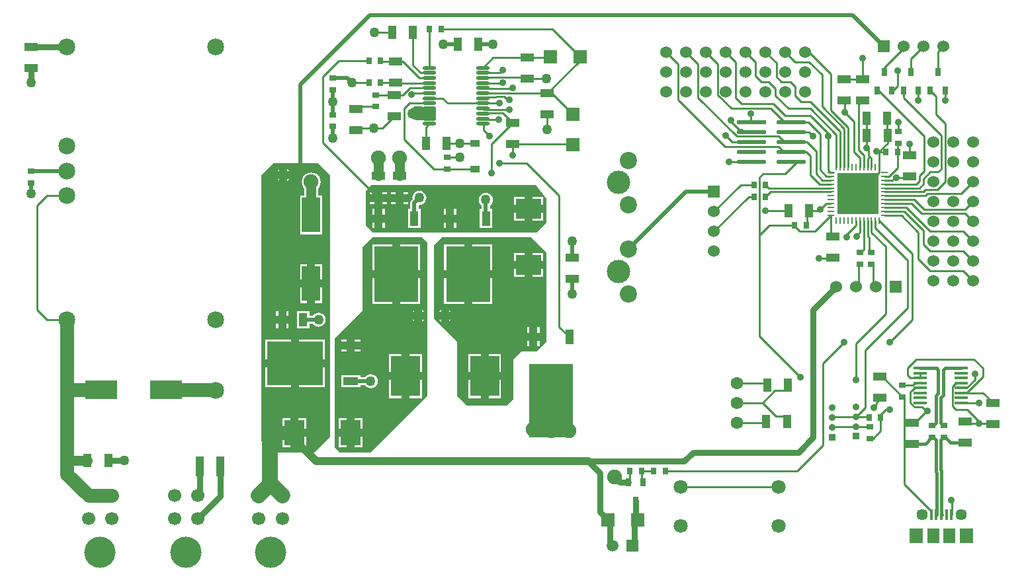
<source format=gtl>
G04 Layer_Physical_Order=1*
G04 Layer_Color=255*
%FSLAX25Y25*%
%MOIN*%
G70*
G01*
G75*
%ADD10R,0.01575X0.05315*%
%ADD11R,0.05905X0.07480*%
%ADD12R,0.07087X0.07480*%
%ADD13R,0.20866X0.20866*%
%ADD14R,0.01024X0.03386*%
%ADD15R,0.03386X0.01024*%
%ADD16O,0.07000X0.01500*%
%ADD17R,0.07000X0.01500*%
%ADD18R,0.04803X0.03583*%
%ADD19R,0.15000X0.02000*%
%ADD20O,0.15000X0.02000*%
%ADD21R,0.09252X0.17520*%
%ADD22R,0.04134X0.07677*%
%ADD23R,0.22047X0.27953*%
%ADD24R,0.07677X0.04134*%
%ADD25R,0.27953X0.22047*%
%ADD26R,0.03150X0.03937*%
%ADD27O,0.07087X0.01772*%
%ADD28R,0.16339X0.09252*%
%ADD29R,0.14567X0.20472*%
%ADD30R,0.12598X0.10236*%
%ADD31R,0.10236X0.12598*%
%ADD32R,0.06516X0.06575*%
%ADD33R,0.06575X0.06516*%
%ADD34R,0.06693X0.04134*%
%ADD35R,0.02756X0.03543*%
%ADD36R,0.06693X0.04331*%
%ADD37R,0.03543X0.02756*%
%ADD38R,0.04331X0.06693*%
%ADD39R,0.04331X0.10236*%
%ADD40C,0.01000*%
%ADD41C,0.01500*%
%ADD42C,0.02000*%
%ADD43C,0.08000*%
%ADD44C,0.07000*%
%ADD45C,0.05000*%
%ADD46C,0.03000*%
%ADD47C,0.04000*%
%ADD48R,0.00000X0.02000*%
%ADD49C,0.05709*%
%ADD50C,0.06693*%
%ADD51C,0.15748*%
%ADD52C,0.08661*%
%ADD53C,0.11811*%
%ADD54R,0.03543X0.03543*%
%ADD55C,0.03543*%
%ADD56C,0.06331*%
%ADD57C,0.07118*%
%ADD58C,0.08500*%
%ADD59C,0.06000*%
%ADD60R,0.06000X0.06000*%
%ADD61R,0.06000X0.06000*%
%ADD62C,0.05905*%
%ADD63R,0.05905X0.05905*%
%ADD64C,0.03500*%
%ADD65C,0.05000*%
%ADD66C,0.07500*%
G36*
X500000Y230500D02*
X478000D01*
Y246500D01*
X500000D01*
Y230500D01*
D02*
G37*
G36*
X486500Y323965D02*
X486500Y278965D01*
X481500Y273965D01*
X474000D01*
X470000Y269965D01*
Y249965D01*
X466500Y246465D01*
X446500D01*
X441500Y251465D01*
X441500Y278965D01*
X430000Y290465D01*
X430000Y327465D01*
X434000Y331465D01*
X479000D01*
X486500Y323965D01*
D02*
G37*
G36*
X486500Y351036D02*
Y338965D01*
X481500Y333965D01*
X399000D01*
X395500Y337464D01*
X395500Y354590D01*
X398200Y357964D01*
X481111Y357965D01*
X486500Y351036D01*
D02*
G37*
G36*
X426500Y328965D02*
Y251465D01*
X398000Y222965D01*
X382500Y222965D01*
X380000Y225465D01*
Y280465D01*
X394000Y294465D01*
Y326465D01*
X399000Y331465D01*
X424000D01*
X426500Y328965D01*
D02*
G37*
G36*
X377500Y362965D02*
Y230965D01*
X369500Y222965D01*
X349000D01*
X343000Y228965D01*
Y362965D01*
X349000Y368965D01*
X371500D01*
X377500Y362965D01*
D02*
G37*
G36*
X424221Y397350D02*
X424957Y397203D01*
X430272D01*
X430614Y397271D01*
X431000Y396954D01*
Y391062D01*
X430614Y390744D01*
X430272Y390812D01*
X424957D01*
X424221Y390666D01*
X423972Y390500D01*
X421000D01*
X417000Y392214D01*
Y395704D01*
X420035Y397500D01*
X423996D01*
X424221Y397350D01*
D02*
G37*
%LPC*%
G36*
X477984Y286256D02*
X476917D01*
Y283417D01*
X477984D01*
Y286256D01*
D02*
G37*
G36*
X483051D02*
X481984D01*
Y283417D01*
X483051D01*
Y286256D01*
D02*
G37*
G36*
X477984Y279417D02*
X476917D01*
Y276579D01*
X477984D01*
Y279417D01*
D02*
G37*
G36*
X483051D02*
X481984D01*
Y276579D01*
X483051D01*
Y279417D01*
D02*
G37*
G36*
X438377Y289965D02*
X437500D01*
Y289088D01*
X437996Y289468D01*
X438377Y289965D01*
D02*
G37*
G36*
X433500D02*
X432623D01*
X433004Y289468D01*
X433500Y289088D01*
Y289965D01*
D02*
G37*
G36*
X463665Y272701D02*
X457382D01*
Y263465D01*
X463665D01*
Y272701D01*
D02*
G37*
G36*
X453382D02*
X447098D01*
Y263465D01*
X453382D01*
Y272701D01*
D02*
G37*
G36*
X463665Y259465D02*
X457382D01*
Y250228D01*
X463665D01*
Y259465D01*
D02*
G37*
G36*
X453382D02*
X447098D01*
Y250228D01*
X453382D01*
Y259465D01*
D02*
G37*
G36*
X433500Y294842D02*
X433004Y294461D01*
X432623Y293965D01*
X433500D01*
Y294842D01*
D02*
G37*
G36*
X484799Y315618D02*
X479500D01*
Y311500D01*
X484799D01*
Y315618D01*
D02*
G37*
G36*
X475500D02*
X470201D01*
Y311500D01*
X475500D01*
Y315618D01*
D02*
G37*
G36*
X437500Y294842D02*
Y293965D01*
X438377D01*
X437996Y294461D01*
X437500Y294842D01*
D02*
G37*
G36*
X459039Y311012D02*
X449016D01*
Y298035D01*
X459039D01*
Y311012D01*
D02*
G37*
G36*
X445016D02*
X434992D01*
Y298035D01*
X445016D01*
Y311012D01*
D02*
G37*
G36*
X484799Y323736D02*
X479500D01*
Y319618D01*
X484799D01*
Y323736D01*
D02*
G37*
G36*
X445016Y327988D02*
X434992D01*
Y315012D01*
X445016D01*
Y327988D01*
D02*
G37*
G36*
X475500Y323736D02*
X470201D01*
Y319618D01*
X475500D01*
Y323736D01*
D02*
G37*
G36*
X459039Y327988D02*
X449016D01*
Y315012D01*
X459039D01*
Y327988D01*
D02*
G37*
G36*
X422500Y354995D02*
X421586Y354874D01*
X420735Y354522D01*
X420004Y353961D01*
X419443Y353230D01*
X419090Y352378D01*
X418970Y351465D01*
X419045Y350893D01*
X418558Y350407D01*
X418116Y349745D01*
X417961Y348965D01*
Y345803D01*
X416933D01*
Y336126D01*
X423067D01*
Y345803D01*
X422039D01*
Y347616D01*
X422415Y347946D01*
X422500Y347934D01*
X423414Y348055D01*
X424265Y348407D01*
X424996Y348968D01*
X425557Y349699D01*
X425910Y350551D01*
X426030Y351465D01*
X425910Y352378D01*
X425557Y353230D01*
X424996Y353961D01*
X424265Y354522D01*
X423414Y354874D01*
X422500Y354995D01*
D02*
G37*
G36*
X441067Y345803D02*
X440000D01*
Y342965D01*
X441067D01*
Y345803D01*
D02*
G37*
G36*
X475500Y352083D02*
X470201D01*
Y347965D01*
X475500D01*
Y352083D01*
D02*
G37*
G36*
X400000Y349354D02*
X397654D01*
Y348287D01*
X400000D01*
Y349354D01*
D02*
G37*
G36*
X484799Y352083D02*
X479500D01*
Y347965D01*
X484799D01*
Y352083D01*
D02*
G37*
G36*
X436000Y345803D02*
X434933D01*
Y342965D01*
X436000D01*
Y345803D01*
D02*
G37*
G36*
X475500Y343965D02*
X470201D01*
Y339846D01*
X475500D01*
Y343965D01*
D02*
G37*
G36*
X456000Y353995D02*
X455086Y353874D01*
X454235Y353522D01*
X453504Y352961D01*
X452943Y352230D01*
X452590Y351378D01*
X452470Y350465D01*
X452590Y349551D01*
X452943Y348699D01*
X453504Y347968D01*
X453961Y347618D01*
Y345803D01*
X452965D01*
Y336126D01*
X459098D01*
Y345803D01*
X458039D01*
Y347618D01*
X458496Y347968D01*
X459057Y348699D01*
X459410Y349551D01*
X459530Y350465D01*
X459410Y351378D01*
X459057Y352230D01*
X458496Y352961D01*
X457765Y353522D01*
X456914Y353874D01*
X456000Y353995D01*
D02*
G37*
G36*
X484799Y343965D02*
X479500D01*
Y339846D01*
X484799D01*
Y343965D01*
D02*
G37*
G36*
X405035Y345803D02*
X403968D01*
Y342965D01*
X405035D01*
Y345803D01*
D02*
G37*
G36*
X399969D02*
X398902D01*
Y342965D01*
X399969D01*
Y345803D01*
D02*
G37*
G36*
X416847Y354421D02*
X414500D01*
Y353354D01*
X416847D01*
Y354421D01*
D02*
G37*
G36*
X410500D02*
X408153D01*
Y353354D01*
X410500D01*
Y354421D01*
D02*
G37*
G36*
Y349354D02*
X408153D01*
Y348287D01*
X410500D01*
Y349354D01*
D02*
G37*
G36*
X406347D02*
X404000D01*
Y348287D01*
X406347D01*
Y349354D01*
D02*
G37*
G36*
X416847D02*
X414500D01*
Y348287D01*
X416847D01*
Y349354D01*
D02*
G37*
G36*
X406347Y354421D02*
X404000D01*
Y353354D01*
X406347D01*
Y354421D01*
D02*
G37*
G36*
X400000D02*
X397654D01*
Y353354D01*
X400000D01*
Y354421D01*
D02*
G37*
G36*
X399969Y338965D02*
X398902D01*
Y336126D01*
X399969D01*
Y338965D01*
D02*
G37*
G36*
X405035D02*
X403968D01*
Y336126D01*
X405035D01*
Y338965D01*
D02*
G37*
G36*
X441067D02*
X440000D01*
Y336126D01*
X441067D01*
Y338965D01*
D02*
G37*
G36*
X436000D02*
X434933D01*
Y336126D01*
X436000D01*
Y338965D01*
D02*
G37*
G36*
X392736Y280047D02*
X389898D01*
Y278980D01*
X392736D01*
Y280047D01*
D02*
G37*
G36*
Y274980D02*
X389898D01*
Y273913D01*
X392736D01*
Y274980D01*
D02*
G37*
G36*
X385898D02*
X383059D01*
Y273913D01*
X385898D01*
Y274980D01*
D02*
G37*
G36*
Y280047D02*
X383059D01*
Y278980D01*
X385898D01*
Y280047D01*
D02*
G37*
G36*
X424000Y294842D02*
Y293965D01*
X424877D01*
X424496Y294461D01*
X424000Y294842D01*
D02*
G37*
G36*
X420000D02*
X419504Y294461D01*
X419123Y293965D01*
X420000D01*
Y294842D01*
D02*
G37*
G36*
Y289965D02*
X419123D01*
X419504Y289468D01*
X420000Y289088D01*
Y289965D01*
D02*
G37*
G36*
X424877D02*
X424000D01*
Y289088D01*
X424496Y289468D01*
X424877Y289965D01*
D02*
G37*
G36*
X393965Y240264D02*
X389846D01*
Y234965D01*
X393965D01*
Y240264D01*
D02*
G37*
G36*
X423902Y259465D02*
X417618D01*
Y250228D01*
X423902D01*
Y259465D01*
D02*
G37*
G36*
X413618D02*
X407335D01*
Y250228D01*
X413618D01*
Y259465D01*
D02*
G37*
G36*
X385846Y230965D02*
X381728D01*
Y225665D01*
X385846D01*
Y230965D01*
D02*
G37*
G36*
Y240264D02*
X381728D01*
Y234965D01*
X385846D01*
Y240264D01*
D02*
G37*
G36*
X393965Y230965D02*
X389846D01*
Y225665D01*
X393965D01*
Y230965D01*
D02*
G37*
G36*
X413618Y272701D02*
X407335D01*
Y263465D01*
X413618D01*
Y272701D01*
D02*
G37*
G36*
X423902D02*
X417618D01*
Y263465D01*
X423902D01*
Y272701D01*
D02*
G37*
G36*
X398000Y262495D02*
X397086Y262374D01*
X396235Y262022D01*
X395504Y261461D01*
X395153Y261004D01*
X392736D01*
Y262016D01*
X383059D01*
Y255882D01*
X392736D01*
Y256925D01*
X395153D01*
X395504Y256468D01*
X396235Y255907D01*
X397086Y255555D01*
X398000Y255434D01*
X398914Y255555D01*
X399765Y255907D01*
X400496Y256468D01*
X401057Y257200D01*
X401410Y258051D01*
X401530Y258965D01*
X401410Y259878D01*
X401057Y260730D01*
X400496Y261461D01*
X399765Y262022D01*
X398914Y262374D01*
X398000Y262495D01*
D02*
G37*
G36*
X408984Y311012D02*
X398961D01*
Y298035D01*
X408984D01*
Y311012D01*
D02*
G37*
G36*
X423008D02*
X412984D01*
Y298035D01*
X423008D01*
Y311012D01*
D02*
G37*
G36*
Y327988D02*
X412984D01*
Y315012D01*
X423008D01*
Y327988D01*
D02*
G37*
G36*
X408984D02*
X398961D01*
Y315012D01*
X408984D01*
Y327988D01*
D02*
G37*
G36*
X351370Y287965D02*
X350205D01*
Y285618D01*
X351370D01*
Y287965D01*
D02*
G37*
G36*
Y294311D02*
X350205D01*
Y291965D01*
X351370D01*
Y294311D01*
D02*
G37*
G36*
X356535D02*
X355370D01*
Y291965D01*
X356535D01*
Y294311D01*
D02*
G37*
G36*
X367165D02*
X360835D01*
Y285618D01*
X367165D01*
Y287925D01*
X368838D01*
X369189Y287468D01*
X369920Y286907D01*
X370771Y286555D01*
X371685Y286434D01*
X372599Y286555D01*
X373450Y286907D01*
X374181Y287468D01*
X374742Y288199D01*
X375095Y289051D01*
X375215Y289965D01*
X375095Y290878D01*
X374742Y291730D01*
X374181Y292461D01*
X373450Y293022D01*
X372599Y293374D01*
X371685Y293495D01*
X370771Y293374D01*
X369920Y293022D01*
X369189Y292461D01*
X368838Y292004D01*
X367165D01*
Y294311D01*
D02*
G37*
G36*
X356535Y287965D02*
X355370D01*
Y285618D01*
X356535D01*
Y287965D01*
D02*
G37*
G36*
X374921Y279988D02*
X361945D01*
Y269965D01*
X374921D01*
Y279988D01*
D02*
G37*
G36*
X365618Y240264D02*
X361500D01*
Y234965D01*
X365618D01*
Y240264D01*
D02*
G37*
G36*
X357500D02*
X353382D01*
Y234965D01*
X357500D01*
Y240264D01*
D02*
G37*
G36*
X365618Y230965D02*
X361500D01*
Y225665D01*
X365618D01*
Y230965D01*
D02*
G37*
G36*
X357500D02*
X353382D01*
Y225665D01*
X357500D01*
Y230965D01*
D02*
G37*
G36*
X357945Y279988D02*
X344969D01*
Y269965D01*
X357945D01*
Y279988D01*
D02*
G37*
G36*
Y265965D02*
X344969D01*
Y255941D01*
X357945D01*
Y265965D01*
D02*
G37*
G36*
X374921D02*
X361945D01*
Y255941D01*
X374921D01*
Y265965D01*
D02*
G37*
G36*
X352000Y360965D02*
X351123D01*
X351504Y360468D01*
X352000Y360088D01*
Y360965D01*
D02*
G37*
G36*
X356877D02*
X356000D01*
Y360088D01*
X356496Y360468D01*
X356877Y360965D01*
D02*
G37*
G36*
X356000Y365842D02*
Y364965D01*
X356877D01*
X356496Y365461D01*
X356000Y365842D01*
D02*
G37*
G36*
X352000D02*
X351504Y365461D01*
X351123Y364965D01*
X352000D01*
Y365842D01*
D02*
G37*
G36*
X366000Y317902D02*
X362374D01*
Y310142D01*
X366000D01*
Y317902D01*
D02*
G37*
G36*
X373626Y306142D02*
X370000D01*
Y298382D01*
X373626D01*
Y306142D01*
D02*
G37*
G36*
Y317902D02*
X370000D01*
Y310142D01*
X373626D01*
Y317902D01*
D02*
G37*
G36*
X366000Y306142D02*
X362374D01*
Y298382D01*
X366000D01*
Y306142D01*
D02*
G37*
G36*
X368000Y364256D02*
X366760Y364092D01*
X365604Y363614D01*
X364612Y362852D01*
X363851Y361860D01*
X363372Y360705D01*
X363209Y359465D01*
X363372Y358225D01*
X363851Y357069D01*
X364470Y356262D01*
Y352547D01*
X362374D01*
Y333028D01*
X373626D01*
Y352547D01*
X371530D01*
Y356262D01*
X372149Y357069D01*
X372628Y358225D01*
X372791Y359465D01*
X372628Y360705D01*
X372149Y361860D01*
X371388Y362852D01*
X370395Y363614D01*
X369240Y364092D01*
X368000Y364256D01*
D02*
G37*
%LPD*%
D10*
X690677Y191500D02*
D03*
X688118D02*
D03*
X685559D02*
D03*
X683000D02*
D03*
X680441D02*
D03*
D11*
X689496Y180870D02*
D03*
X681622D02*
D03*
D12*
X672961D02*
D03*
X698158D02*
D03*
D13*
X643453Y353476D02*
D03*
D14*
X632626Y367000D02*
D03*
X634594D02*
D03*
X636563D02*
D03*
X638531D02*
D03*
X640500D02*
D03*
X642469D02*
D03*
X644437D02*
D03*
X646406D02*
D03*
X648374D02*
D03*
X650343D02*
D03*
X652311D02*
D03*
X654280D02*
D03*
Y339953D02*
D03*
X652311D02*
D03*
X650343D02*
D03*
X648374D02*
D03*
X646406D02*
D03*
X644437D02*
D03*
X642469D02*
D03*
X640500D02*
D03*
X638531D02*
D03*
X636563D02*
D03*
X634594D02*
D03*
X632626D02*
D03*
D15*
X656976Y364303D02*
D03*
Y362335D02*
D03*
Y360366D02*
D03*
Y358398D02*
D03*
Y356429D02*
D03*
Y354461D02*
D03*
Y352492D02*
D03*
Y350524D02*
D03*
Y348555D02*
D03*
Y346587D02*
D03*
Y344618D02*
D03*
Y342650D02*
D03*
X629929D02*
D03*
Y344618D02*
D03*
Y346587D02*
D03*
Y348555D02*
D03*
Y350524D02*
D03*
Y352492D02*
D03*
Y354461D02*
D03*
Y356429D02*
D03*
Y358398D02*
D03*
Y360366D02*
D03*
Y362335D02*
D03*
Y364303D02*
D03*
D16*
X675000Y265500D02*
D03*
Y263000D02*
D03*
Y260500D02*
D03*
Y258000D02*
D03*
Y255500D02*
D03*
Y253000D02*
D03*
Y250500D02*
D03*
Y248000D02*
D03*
X695500Y265500D02*
D03*
Y263000D02*
D03*
Y260500D02*
D03*
Y258000D02*
D03*
Y255500D02*
D03*
Y253000D02*
D03*
Y250500D02*
D03*
D17*
Y248000D02*
D03*
D18*
X450500Y366028D02*
D03*
Y378902D02*
D03*
D19*
X590000Y389500D02*
D03*
D20*
Y384500D02*
D03*
Y379500D02*
D03*
Y374500D02*
D03*
Y369500D02*
D03*
X610000Y389500D02*
D03*
Y384500D02*
D03*
Y379500D02*
D03*
Y374500D02*
D03*
Y369500D02*
D03*
D21*
X368000Y342787D02*
D03*
Y308142D02*
D03*
D22*
X498016Y281417D02*
D03*
X479984D02*
D03*
X456032Y340965D02*
D03*
X438000D02*
D03*
X420000D02*
D03*
X401968D02*
D03*
D23*
X489000Y253465D02*
D03*
X447016Y313012D02*
D03*
X410984D02*
D03*
D24*
X387898Y258949D02*
D03*
Y276980D02*
D03*
D25*
X359945Y267965D02*
D03*
D26*
X531500Y198500D02*
D03*
X527760Y207949D02*
D03*
X535240D02*
D03*
X656760Y414949D02*
D03*
X660500Y405500D02*
D03*
X653020D02*
D03*
X670240Y414949D02*
D03*
X673980Y405500D02*
D03*
X666500D02*
D03*
X683740Y414949D02*
D03*
X687480Y405500D02*
D03*
X680000D02*
D03*
D27*
X427614Y417039D02*
D03*
Y414480D02*
D03*
Y411921D02*
D03*
Y409362D02*
D03*
Y406803D02*
D03*
Y404244D02*
D03*
Y401685D02*
D03*
Y399126D02*
D03*
Y396567D02*
D03*
Y394008D02*
D03*
Y391449D02*
D03*
Y388890D02*
D03*
X454386Y417039D02*
D03*
Y414480D02*
D03*
Y411921D02*
D03*
Y409362D02*
D03*
Y406803D02*
D03*
Y404244D02*
D03*
Y401685D02*
D03*
Y399126D02*
D03*
Y396567D02*
D03*
Y394008D02*
D03*
Y391449D02*
D03*
Y388890D02*
D03*
D28*
X262161Y254500D02*
D03*
X294839D02*
D03*
D29*
X415618Y261465D02*
D03*
X455382D02*
D03*
D30*
X477500Y317618D02*
D03*
Y345965D02*
D03*
D31*
X359500Y232965D02*
D03*
X387846D02*
D03*
D32*
X532500Y189000D02*
D03*
X517421D02*
D03*
X503500Y422465D02*
D03*
X488421D02*
D03*
D33*
X500000Y393465D02*
D03*
Y378386D02*
D03*
D34*
X412500Y362575D02*
D03*
Y351354D02*
D03*
X402000Y362575D02*
D03*
Y351354D02*
D03*
D35*
X657500Y374500D02*
D03*
X663406D02*
D03*
X427547Y436465D02*
D03*
X433453D02*
D03*
X397047Y409465D02*
D03*
X402953D02*
D03*
X397047Y420465D02*
D03*
X402953D02*
D03*
X597000Y358000D02*
D03*
X591094D02*
D03*
X617453Y337500D02*
D03*
X611547D02*
D03*
X597000Y352000D02*
D03*
X591094D02*
D03*
X649047Y240500D02*
D03*
X654953D02*
D03*
X540547Y213500D02*
D03*
X546453D02*
D03*
X528547D02*
D03*
X534453D02*
D03*
D36*
X631000Y331815D02*
D03*
Y321185D02*
D03*
X711500Y247815D02*
D03*
Y237185D02*
D03*
X697500Y227870D02*
D03*
Y238500D02*
D03*
X671000Y227370D02*
D03*
Y238000D02*
D03*
X410000Y403279D02*
D03*
Y392650D02*
D03*
X477000Y422280D02*
D03*
Y411650D02*
D03*
X226815Y416870D02*
D03*
Y427500D02*
D03*
X487000Y393650D02*
D03*
Y404280D02*
D03*
X469500Y389280D02*
D03*
Y378650D02*
D03*
X410500Y409650D02*
D03*
Y420280D02*
D03*
X390500Y385650D02*
D03*
Y396280D02*
D03*
X499500Y321280D02*
D03*
Y310650D02*
D03*
X654500Y250685D02*
D03*
Y261315D02*
D03*
X669500Y373000D02*
D03*
Y362370D02*
D03*
X646000Y400685D02*
D03*
Y411315D02*
D03*
X636500D02*
D03*
Y400685D02*
D03*
D37*
X681000Y230594D02*
D03*
X687000D02*
D03*
X681000Y236500D02*
D03*
X687000D02*
D03*
X436500Y366012D02*
D03*
Y371917D02*
D03*
X226953Y365000D02*
D03*
Y359095D02*
D03*
X400500Y403417D02*
D03*
Y397512D02*
D03*
X379000Y387512D02*
D03*
Y393417D02*
D03*
Y406012D02*
D03*
Y411917D02*
D03*
X644500Y318047D02*
D03*
Y323953D02*
D03*
X649500Y235953D02*
D03*
Y230047D02*
D03*
X650106Y318047D02*
D03*
Y323953D02*
D03*
X664000Y384953D02*
D03*
Y379047D02*
D03*
X666000Y256953D02*
D03*
Y251047D02*
D03*
D38*
X425685Y378965D02*
D03*
X436315D02*
D03*
X255185Y219000D02*
D03*
X265815D02*
D03*
X441685Y428965D02*
D03*
X452315D02*
D03*
X408685Y434965D02*
D03*
X419315D02*
D03*
X364000Y289965D02*
D03*
X353370D02*
D03*
X607815Y238500D02*
D03*
X597185D02*
D03*
X608315Y257000D02*
D03*
X597685D02*
D03*
X658315Y391500D02*
D03*
X647685D02*
D03*
X658500Y383000D02*
D03*
X647870D02*
D03*
X608370Y345000D02*
D03*
X619000D02*
D03*
D39*
X311685Y216000D02*
D03*
X322315D02*
D03*
D40*
X664000Y384453D02*
Y389500D01*
X647870Y377130D02*
X648500Y376500D01*
X649000Y372750D02*
Y376500D01*
X625000Y345000D02*
Y346000D01*
X624500Y344500D02*
X625000Y345000D01*
X624500D02*
X624936D01*
X619000D02*
X624500D01*
X624436Y344500D02*
X624500D01*
X674000Y400500D02*
Y405500D01*
X660750Y405250D02*
X663500Y408000D01*
X654291Y374791D02*
X658500Y379000D01*
X624000Y321000D02*
X631685D01*
X704500Y237500D02*
X712685D01*
X690776Y191500D02*
Y198724D01*
X654463Y249870D02*
X654500D01*
X580309Y379691D02*
X592809D01*
X390500Y386650D02*
X399500D01*
X225500Y353000D02*
X226500Y352000D01*
X680539Y191500D02*
Y193370D01*
X654500Y260500D02*
X656547D01*
X706634Y253000D02*
X711819Y247815D01*
X703324Y248000D02*
X704323Y247000D01*
X695500Y253000D02*
X698250D01*
X675000Y260500D02*
Y263000D01*
X695500Y255500D02*
X698250D01*
X695500Y248000D02*
X703324D01*
X611047Y337500D02*
X614047Y334500D01*
X607000Y363500D02*
X613000Y369500D01*
X629941Y333374D02*
X631500Y331815D01*
X619500Y393000D02*
X629500Y383000D01*
X663547Y366547D02*
Y378153D01*
X661824Y361500D02*
X663000D01*
X668815D01*
X659346Y362347D02*
X663547Y366547D01*
X629929Y364303D02*
X631110D01*
X629500D02*
X629929D01*
X654280Y367000D02*
X654291Y367012D01*
X654268Y366988D02*
X654280Y367000D01*
X656988Y362347D02*
X659346D01*
X656976Y348555D02*
X670445D01*
X629929Y342650D02*
X629941Y342638D01*
X650343Y367000D02*
Y371408D01*
X648374Y367000D02*
Y371124D01*
X644437Y367000D02*
Y371563D01*
X656976Y360366D02*
X660690D01*
X636563Y367000D02*
Y386437D01*
X656976Y342650D02*
X665350D01*
X656976Y358398D02*
X672898D01*
X654280Y339953D02*
X671000Y323232D01*
X638531Y367000D02*
Y386968D01*
X656976Y350524D02*
X671976D01*
X656976Y354461D02*
X676461D01*
X634594Y367000D02*
Y384906D01*
X646406Y367000D02*
Y373095D01*
X656976Y356429D02*
X674429D01*
X656976Y352492D02*
X677492D01*
X656976Y344618D02*
X666882D01*
X632626Y367000D02*
Y383374D01*
X654291Y367012D02*
Y374791D01*
X643453Y353476D02*
X654268Y364291D01*
X656976Y346587D02*
X667913D01*
X629941Y333374D02*
Y342638D01*
X650343Y333994D02*
Y339953D01*
X648374Y332228D02*
Y339953D01*
X638000Y333000D02*
X642469Y337469D01*
X646406Y325358D02*
Y339953D01*
X652311Y336260D02*
X668500Y320071D01*
X644437Y334114D02*
Y339953D01*
X643728Y317169D02*
X644606Y318047D01*
X590594Y352000D02*
X591094Y352500D01*
X590594Y358000D02*
X591094Y358500D01*
X652798Y247298D02*
Y248205D01*
X654463Y249870D01*
X643000Y332000D02*
Y332677D01*
X644437Y334114D01*
X595399Y248000D02*
X602052Y241347D01*
X606150D01*
X361500Y359500D02*
Y364500D01*
X362500Y365500D01*
X654268Y364291D02*
Y366988D01*
X606150Y241347D02*
X607815Y239681D01*
Y238500D02*
Y239681D01*
X595399Y248000D02*
X601552Y254153D01*
X606650D01*
X608315Y255819D01*
Y257000D01*
X582500Y248000D02*
X595399D01*
X599400Y396600D02*
X606500Y389500D01*
X589500Y390000D02*
Y394000D01*
Y390000D02*
X590000Y389500D01*
X579743Y396600D02*
X599400D01*
X573000Y403343D02*
X579743Y396600D01*
X583478Y386022D02*
X584708D01*
X586229Y384500D01*
X592809Y379691D02*
X593000Y379500D01*
X603600Y377400D02*
X606500Y374500D01*
X660690Y360366D02*
X661824Y361500D01*
X631110Y364303D02*
X631122Y364315D01*
X651272Y309081D02*
X652500Y307853D01*
Y306500D02*
Y307853D01*
X652311Y336260D02*
Y339953D01*
X642289Y240789D02*
X642500Y241000D01*
X630711Y240789D02*
X642289D01*
X630500Y240579D02*
X630711Y240789D01*
X642289Y235868D02*
X642500Y236079D01*
X630500Y235658D02*
X630711Y235868D01*
X642500Y306500D02*
Y307853D01*
X643728Y309081D01*
Y317169D01*
X644606Y318047D02*
X645000D01*
X648374Y371124D02*
X649500Y372250D01*
X637000Y394500D02*
Y400185D01*
X636500Y400685D02*
X637000Y400185D01*
X636500Y411315D02*
X646000D01*
X690500Y199000D02*
X690776Y198724D01*
X693000Y244500D02*
X698500D01*
X691150Y246350D02*
X693000Y244500D01*
X691150Y246350D02*
Y256400D01*
X692750Y258000D01*
X695500D01*
X678181Y244000D02*
X678500D01*
X677823D02*
X678181D01*
X670000Y253500D02*
X670707Y254207D01*
X670822D01*
X672115Y255500D01*
X675000D01*
X670000Y247987D02*
Y253500D01*
Y247987D02*
X672079Y245908D01*
X675916D01*
X677823Y244000D01*
X672181Y238000D02*
X678181Y244000D01*
X671000Y238000D02*
X672181D01*
X712685Y237500D02*
X713000Y237185D01*
X697500Y238500D02*
X698500Y237500D01*
X582500Y238000D02*
X596685D01*
X597185Y238500D01*
X582500Y258000D02*
X596685D01*
X597685Y257000D01*
X698250Y253000D02*
X706634D01*
X698250D02*
X706500Y261250D01*
X695404Y253096D02*
X695500Y253000D01*
X650106Y323953D02*
X650500D01*
X648374Y332228D02*
X649228Y331374D01*
Y324831D02*
Y331374D01*
X571000Y334500D02*
X588500Y352000D01*
X571000Y344500D02*
X584500Y358000D01*
X547000Y425000D02*
X553000Y419000D01*
X603350Y382650D02*
X606500Y379500D01*
X557000Y425000D02*
X563000Y419000D01*
X573000Y403343D02*
Y419000D01*
X567000Y425000D02*
X573000Y419000D01*
X599461Y354461D02*
X629929D01*
X598571Y356429D02*
X629929D01*
X597000Y425000D02*
X602350Y419650D01*
X656976Y362335D02*
X656988Y362347D01*
X686500Y426647D02*
Y428000D01*
X666804Y207106D02*
X680539Y193370D01*
X666804Y207106D02*
Y250244D01*
X666000Y251047D02*
X666804Y250244D01*
X672115Y258000D02*
X675000D01*
X671067Y256953D02*
X672115Y258000D01*
X666000Y256953D02*
X671067D01*
X245000Y217500D02*
X246500Y219000D01*
X245000Y365000D02*
X245000Y365000D01*
X230000Y347500D02*
X235000Y352500D01*
X245000D01*
X230000Y295000D02*
Y347500D01*
Y295000D02*
X235000Y290000D01*
X245000D01*
X319500Y254500D02*
X319750Y254250D01*
X436839Y399126D02*
X454386D01*
X434279Y401685D02*
X436839Y399126D01*
X427614Y401685D02*
X434279D01*
X454386Y414480D02*
X463016D01*
X464500Y415965D01*
X454386Y409362D02*
X464398D01*
X464500Y409465D01*
X454386Y406803D02*
X454474Y406715D01*
X469250D01*
X469500Y406965D01*
X477000Y422280D02*
X488236D01*
X488421Y422465D01*
X454386Y417039D02*
X459626Y422280D01*
X477000D01*
X454386Y411921D02*
X454679Y412215D01*
X476435D01*
X477000Y411650D01*
X427614Y417039D02*
Y436398D01*
X427547Y436465D02*
X427614Y436398D01*
X433453Y436465D02*
X489500D01*
X503500Y422465D01*
X454386Y404244D02*
X454415Y404215D01*
X486935D01*
X487000Y385965D02*
Y393650D01*
X503500Y420780D02*
Y422465D01*
X486935Y404215D02*
X487000Y404280D01*
X503500Y420780D01*
X487000Y404280D02*
X489185D01*
X500000Y393465D01*
X454386Y394008D02*
X454593Y394215D01*
X464565D01*
X469500Y389280D01*
Y378650D02*
X499736D01*
X500000Y378386D01*
X454386Y401685D02*
X454915Y402215D01*
X467000Y400965D02*
X468000D01*
X423016Y414480D02*
X427614D01*
X419315Y418181D02*
X423016Y414480D01*
X419315Y418181D02*
Y434965D01*
X400000D02*
X408685D01*
X422543Y411921D02*
X427614D01*
X414185Y420280D02*
X422543Y411921D01*
X410500Y420280D02*
X414185D01*
X403138D02*
X410500D01*
X402953Y420465D02*
X403138Y420280D01*
X410787Y409362D02*
X427614D01*
X410500Y409650D02*
X410787Y409362D01*
X403138Y409650D02*
X410500D01*
X402953Y409465D02*
X403138Y409650D01*
X410000Y403279D02*
X414315D01*
X417839Y406803D01*
X427614D01*
X419279Y404244D02*
X427614D01*
X418500Y403465D02*
X419279Y404244D01*
X417661Y399126D02*
X427614D01*
X415000Y396465D02*
X417661Y399126D01*
X404000Y386650D02*
X410000Y392650D01*
X399500Y386650D02*
X404000D01*
X400638Y403279D02*
X410000D01*
X400500Y403417D02*
X400638Y403279D01*
X388500Y409465D02*
X397047D01*
X388500Y409465D02*
X388500Y409465D01*
X379000Y399965D02*
X379000Y399965D01*
X379000Y406012D02*
X379000Y406012D01*
X390500Y397280D02*
X390732Y397512D01*
X400500D01*
X443063Y378902D02*
X450500D01*
X443000Y378965D02*
X443063Y378902D01*
X436315Y378965D02*
X443000D01*
X425685Y386961D02*
X427614Y388890D01*
X425685Y378965D02*
Y386961D01*
X454386Y388890D02*
X454740Y388535D01*
Y385724D02*
Y388535D01*
Y385724D02*
X458000Y382465D01*
X436547Y371965D02*
X443000D01*
X436500Y371917D02*
X436547Y371965D01*
X436516Y366028D02*
X450500D01*
X436500Y366012D02*
X436516Y366028D01*
X415000Y380965D02*
Y396465D01*
Y380965D02*
X429953Y366012D01*
X436500D01*
X374000Y379354D02*
X402000Y351354D01*
X379000Y387512D02*
X379000Y387512D01*
X462984Y368980D02*
X476484D01*
X493000Y352465D01*
Y286433D02*
Y352465D01*
Y286433D02*
X498016Y281417D01*
X477000Y411650D02*
X486315D01*
X486500Y411465D01*
X455000Y340996D02*
X455031Y340965D01*
X387898Y258949D02*
X387913Y258965D01*
X469500Y372965D02*
Y378650D01*
X459000Y378780D02*
X469500Y389280D01*
X459000Y363965D02*
Y378780D01*
X226815Y416870D02*
X227000Y416685D01*
X374000Y379354D02*
Y412465D01*
X382000Y420465D01*
X397047D01*
X454386Y396567D02*
X454988Y395965D01*
X468000D01*
X454915Y402215D02*
X460861D01*
X461361Y402715D01*
X465250D01*
X467000Y400965D01*
X454386Y399126D02*
X454394Y399134D01*
X463000D01*
X454386Y391449D02*
X454870Y390965D01*
X462500D01*
X630711Y235868D02*
X642289D01*
X642500Y241000D02*
X647243Y245743D01*
Y274743D01*
X649500Y230047D02*
X651047D01*
X642500Y241000D02*
X648547D01*
X649047Y240500D01*
X642500Y236079D02*
X649374D01*
X649500Y235953D01*
X650343Y333994D02*
X657500Y326837D01*
X650394Y318047D02*
X651272Y317169D01*
X649228Y324831D02*
X650106Y323953D01*
X638000Y331500D02*
Y333000D01*
X642469Y337469D02*
Y339953D01*
X650000Y318047D02*
X650106D01*
X650394D01*
X628748Y364303D02*
X629500D01*
X618000Y338547D02*
Y344000D01*
X619000Y345000D01*
X621779Y334500D02*
X629929Y342650D01*
X614047Y334500D02*
X621779D01*
X597000Y345000D02*
X608370D01*
X611047Y337500D02*
X611547D01*
X594000Y332500D02*
X599000Y337500D01*
X611047D01*
X593725Y281775D02*
Y361725D01*
X595500Y363500D01*
X607000D01*
X588500Y352000D02*
X590594D01*
X584500Y358000D02*
X590594D01*
X597000D02*
X598571Y356429D01*
X597000Y352000D02*
X599461Y354461D01*
X641500Y374500D02*
Y390000D01*
X637000Y394500D02*
X641500Y390000D01*
X592500Y370000D02*
X593000Y369500D01*
X590000Y389500D02*
X593000D01*
X579500Y390000D02*
X583478Y386022D01*
X579500Y390000D02*
Y390500D01*
X606500Y389500D02*
X610000D01*
X606500Y379500D02*
X610000D01*
X586229Y384500D02*
X590000D01*
X593000D01*
X606500Y374500D02*
X610000D01*
X563000Y402000D02*
Y419000D01*
Y402000D02*
X582350Y382650D01*
X603350D01*
X553000Y401000D02*
Y419000D01*
Y401000D02*
X576600Y377400D01*
X603600D01*
X577000Y383000D02*
X580309Y379691D01*
X592000Y369500D02*
X592500Y370000D01*
X578500Y369500D02*
X590000D01*
X592000D01*
X610000Y374500D02*
X617500D01*
X619500Y372500D01*
Y363000D02*
Y372500D01*
Y363000D02*
X624102Y358398D01*
X629929D01*
X625634Y360366D02*
X629929D01*
X622500Y363500D02*
X625634Y360366D01*
X610000Y379500D02*
X618000D01*
X622500Y375000D01*
Y363500D02*
Y375000D01*
X627665Y362335D02*
X629929D01*
X610000Y384500D02*
X619000D01*
X621000Y382500D01*
X610000Y389500D02*
X618500D01*
X624500Y365500D02*
X627665Y362335D01*
X624500Y365500D02*
Y383500D01*
X618500Y389500D02*
X624500Y383500D01*
X607000Y393000D02*
X619500D01*
X629000Y382500D02*
X629500Y383000D01*
X628500Y382500D02*
X629000D01*
X628500Y365303D02*
X629500Y364303D01*
X628500Y365303D02*
Y382500D01*
X577000Y425000D02*
X582000Y420000D01*
X601000Y399000D02*
X607000Y393000D01*
X582000Y402000D02*
Y420000D01*
Y402000D02*
X585000Y399000D01*
X601000D01*
X592000Y413000D02*
Y420000D01*
X587000Y425000D02*
X592000Y420000D01*
Y413000D02*
X595000Y410000D01*
X598500D01*
X619500Y396500D02*
X632626Y383374D01*
X598500Y410000D02*
X602000Y406500D01*
Y403000D02*
Y406500D01*
Y403000D02*
X608500Y396500D01*
X619500D01*
X612000Y403000D02*
Y407500D01*
Y403000D02*
X615000Y400000D01*
X609500Y410000D02*
X612000Y407500D01*
X602350Y412650D02*
Y419650D01*
Y412650D02*
X605000Y410000D01*
X609500D01*
X615000Y400000D02*
X619500D01*
X634594Y384906D01*
X625500Y397500D02*
X636563Y386437D01*
X625500Y397500D02*
Y413500D01*
X630000Y395500D02*
X638531Y386968D01*
X617000Y425000D02*
X619000D01*
X630000Y414000D01*
Y395500D02*
Y414000D01*
X607000Y425000D02*
X612000Y420000D01*
X619000D01*
X625500Y413500D01*
X641500Y374500D02*
X644437Y371563D01*
X644000Y398685D02*
X646000Y400685D01*
X696500Y314500D02*
X701500Y309500D01*
X665350Y342650D02*
X674000Y334000D01*
X676500Y328000D02*
X680000Y324500D01*
X696500D01*
X701500Y319500D01*
X666882Y344618D02*
X676500Y335000D01*
Y328000D02*
Y335000D01*
X696500Y334500D02*
X701500Y329500D01*
X667913Y346587D02*
X680000Y334500D01*
X696500D01*
X697500Y345500D02*
X701500Y349500D01*
X670445Y348555D02*
X675500Y343500D01*
X697500D01*
X701500Y339500D01*
X671976Y350524D02*
X677000Y345500D01*
X697500D01*
X674000Y320500D02*
Y334000D01*
Y320500D02*
X680000Y314500D01*
X696500D01*
X647243Y274743D02*
X668500Y296000D01*
Y320071D01*
X656760Y414949D02*
Y417260D01*
X666500Y427000D01*
Y428000D01*
X670240Y414949D02*
Y421740D01*
X676500Y428000D01*
X683740Y414949D02*
Y425240D01*
X686500Y428000D01*
X663500Y408000D02*
Y415500D01*
X677492Y352492D02*
X678500Y353500D01*
X695500D01*
X701500Y359500D01*
X676461Y354461D02*
X677500Y355500D01*
X683500D01*
X680000Y405500D02*
X683000Y402500D01*
Y393500D02*
Y402500D01*
X687480Y400520D02*
Y405500D01*
Y400520D02*
X687500Y400500D01*
X683500Y355500D02*
X687500Y359500D01*
Y389000D01*
X683000Y393500D02*
X687500Y389000D01*
X680000Y364500D02*
X684000D01*
X685500Y366000D01*
Y383000D01*
X674429Y356429D02*
X676500Y358500D01*
Y361000D01*
X680000Y364500D01*
X666500Y402000D02*
X685500Y383000D01*
X666500Y402000D02*
Y405500D01*
X672898Y358398D02*
X674500Y360000D01*
Y362500D01*
X677000Y365000D01*
X668815Y361500D02*
X669500Y362185D01*
X664000Y384453D02*
X664000Y384453D01*
X669500Y373000D02*
Y378500D01*
X658500Y379000D02*
Y383000D01*
X658315Y383185D02*
Y391500D01*
Y383185D02*
X658500Y383000D01*
X647685Y383185D02*
Y391500D01*
Y383185D02*
X647870Y383000D01*
Y377130D02*
Y383000D01*
X646000Y411315D02*
Y422000D01*
X593725Y281775D02*
X614500Y261000D01*
X711819Y247815D02*
X713000D01*
X704323Y247000D02*
X704500Y247177D01*
Y248000D01*
X698500Y237500D02*
X704500D01*
X698500Y244500D02*
X704500Y238500D01*
Y237500D02*
Y238500D01*
X654953Y233953D02*
Y240500D01*
X651047Y230047D02*
X654953Y233953D01*
Y240500D02*
Y241953D01*
X657500Y244500D01*
X659500D01*
X702500Y259750D02*
Y262500D01*
X698250Y255500D02*
X702500Y259750D01*
X651272Y309081D02*
Y317169D01*
X642500Y259500D02*
Y278000D01*
X657500Y293000D01*
Y326837D01*
X631500Y321185D02*
X631685Y321000D01*
X706500Y261250D02*
Y265500D01*
X673000Y270000D02*
X702000D01*
X706500Y265500D01*
X670000Y260500D02*
X675000D01*
X668500Y262000D02*
X670000Y260500D01*
X668500Y262000D02*
Y265500D01*
X673000Y270000D01*
X671000Y290000D02*
Y323232D01*
X554287Y205500D02*
X603500D01*
X659500Y278500D02*
X671000Y290000D01*
X626000Y268000D02*
X636500Y278500D01*
X626000Y226500D02*
Y268000D01*
X613000Y213500D02*
X626000Y226500D01*
X546453Y213500D02*
X613000D01*
X534453D02*
X540547D01*
X534453Y208736D02*
Y213500D01*
Y208736D02*
X535240Y207949D01*
X528547Y208736D02*
Y213500D01*
X527760Y207949D02*
X528547Y208736D01*
X531500Y190000D02*
X532500Y189000D01*
X517421D02*
X518500Y187921D01*
X531000Y187500D02*
X532500Y189000D01*
X530000Y176000D02*
X531000Y177000D01*
X310906Y201319D02*
X311685Y202098D01*
X645000Y323953D02*
X646406Y325358D01*
X625000Y344807D02*
Y345000D01*
Y346000D02*
X627555Y348555D01*
X629929D01*
X624500Y344564D02*
Y345000D01*
Y345500D01*
X624436Y344500D02*
X624500Y344564D01*
X624936Y345000D01*
X653020Y405500D02*
X654000D01*
X677000Y382500D01*
Y365000D02*
Y382500D01*
X654000Y374500D02*
X654291Y374791D01*
X657500Y374500D02*
X658000D01*
X644000Y375500D02*
Y398685D01*
Y375500D02*
X646406Y373095D01*
X648000Y376500D02*
X648500D01*
X649000D01*
Y372750D02*
X649500Y372250D01*
X650343Y371408D01*
X653500Y375000D02*
X654000Y374500D01*
X653000Y375000D02*
X653500D01*
X654291Y374791D02*
X654583Y374500D01*
X657500D01*
X651500Y246000D02*
X652798Y247298D01*
X651500Y245500D02*
Y246000D01*
X656547Y260500D02*
X666000Y251047D01*
D41*
X675000Y265500D02*
X683121D01*
X686500Y264621D02*
X687379Y265500D01*
X695500D01*
X690118Y227870D02*
X697500D01*
X687394Y230594D02*
X690118Y227870D01*
X687000Y230594D02*
X687394D01*
X681000D02*
X681394D01*
X680606D02*
X681000D01*
X677382Y227370D02*
X680606Y230594D01*
X671000Y227370D02*
X677382D01*
X683098Y191500D02*
X683128Y191530D01*
Y212768D01*
X682750Y213146D02*
X683128Y212768D01*
X682750Y213146D02*
Y229238D01*
X681394Y230594D02*
X682750Y229238D01*
X685628Y191530D02*
X685658Y191500D01*
X685628Y191530D02*
Y213803D01*
X685250Y214181D02*
X685628Y213803D01*
X685250Y214181D02*
Y229238D01*
X686606Y230594D01*
X687000D01*
X685658Y191500D02*
X685695Y191537D01*
X683061D02*
X683098Y191500D01*
X681000Y236500D02*
X681394D01*
X682750Y237856D01*
X686606Y236500D02*
X687000D01*
X682750Y237856D02*
Y251625D01*
X683121Y265500D02*
X684000Y264621D01*
X682750Y251625D02*
X684000Y252875D01*
Y264621D01*
X686500Y251839D02*
Y264621D01*
X685250Y250589D02*
X686500Y251839D01*
X685250Y237856D02*
X686606Y236500D01*
X685250Y237856D02*
Y250589D01*
D42*
X641000Y443500D02*
X656500Y428000D01*
X528000Y325559D02*
X556941Y354500D01*
X571000D01*
X452315Y428965D02*
X459500D01*
X434500D02*
X441685D01*
X386047Y411917D02*
X388500Y409465D01*
X379000Y411917D02*
X386047D01*
X379000Y393417D02*
Y399965D01*
X379000Y399965D02*
Y406012D01*
X499500Y302965D02*
Y310650D01*
Y321280D02*
Y329465D01*
X364000Y289965D02*
X371685D01*
X379000Y381465D02*
Y387512D01*
X456000Y340996D02*
Y350465D01*
X420000Y348965D02*
X422500Y351465D01*
X420000Y340965D02*
Y348965D01*
X387913Y258965D02*
X398000D01*
X226953Y353453D02*
Y359095D01*
Y365000D02*
X245000D01*
X245000D01*
X362500Y365500D02*
Y408500D01*
X397500Y443500D01*
X641000D01*
D43*
X347185Y207539D02*
Y232965D01*
Y236000D01*
Y207539D02*
X353405Y201319D01*
X347185Y206909D02*
Y207539D01*
X341595Y201319D02*
X347185Y206909D01*
D44*
Y232965D02*
X359500D01*
X245000Y254500D02*
Y290000D01*
Y217500D02*
Y254500D01*
Y212000D02*
Y217500D01*
Y212000D02*
X255689Y201311D01*
X267500D01*
X298146Y254500D02*
X319500D01*
X245000D02*
X262161D01*
X263500D01*
D45*
X246500Y219000D02*
X255185D01*
X412500Y362575D02*
Y371465D01*
X402000Y362575D02*
Y371465D01*
X368000Y342787D02*
Y359465D01*
D46*
X226815Y427500D02*
X245000D01*
X227000Y409500D02*
Y416685D01*
X265815Y219000D02*
X274000D01*
X621000Y230500D02*
Y295000D01*
X632500Y306500D01*
X531500Y190000D02*
Y198500D01*
X518500Y177500D02*
Y187921D01*
Y177500D02*
X520000Y176000D01*
X531000Y177000D02*
Y187500D01*
X513500Y192921D02*
X517421Y189000D01*
X523551Y207949D02*
X527760D01*
X521000Y210500D02*
X523551Y207949D01*
X613500Y223000D02*
X621000Y230500D01*
X560500Y223000D02*
X613500D01*
X513500Y192921D02*
Y212500D01*
X311685Y202098D02*
Y216000D01*
X322315Y200917D02*
Y216000D01*
X310906Y189508D02*
X322315Y200917D01*
X556000Y218500D02*
X560500Y223000D01*
X507500Y218500D02*
X513500Y212500D01*
X507500Y218500D02*
X556000D01*
D47*
X370587D02*
X507500D01*
X359000Y230087D02*
X370587Y218500D01*
X359000Y230087D02*
Y231000D01*
D48*
X417500Y393965D02*
D03*
D49*
X675716Y191500D02*
D03*
X695402D02*
D03*
D50*
X299095Y189508D02*
D03*
X310906D02*
D03*
Y201319D02*
D03*
X299095D02*
D03*
X341595Y189508D02*
D03*
X353405D02*
D03*
Y201319D02*
D03*
X341595D02*
D03*
X255689Y189500D02*
D03*
X267500D02*
D03*
Y201311D02*
D03*
X255689D02*
D03*
D51*
X305000Y172500D02*
D03*
X347500D02*
D03*
X261595Y172492D02*
D03*
D52*
X528000Y325559D02*
D03*
Y303118D02*
D03*
Y370441D02*
D03*
Y348000D02*
D03*
D53*
X522724Y314339D02*
D03*
Y359221D02*
D03*
D54*
X630500Y230736D02*
D03*
X642500Y231157D02*
D03*
D55*
X630500Y235658D02*
D03*
Y240579D02*
D03*
Y245500D02*
D03*
X642500Y236079D02*
D03*
Y241000D02*
D03*
Y245921D02*
D03*
D56*
X582500Y238000D02*
D03*
Y248000D02*
D03*
Y258000D02*
D03*
D57*
X603500Y205500D02*
D03*
X554287D02*
D03*
X603500Y185815D02*
D03*
X554287D02*
D03*
D58*
X320000Y427500D02*
D03*
X245000D02*
D03*
Y377500D02*
D03*
Y365000D02*
D03*
Y352500D02*
D03*
Y290000D02*
D03*
X320000D02*
D03*
X319750Y254250D02*
D03*
D59*
X701500Y309500D02*
D03*
X691500D02*
D03*
X681500D02*
D03*
X701500Y319500D02*
D03*
X691500D02*
D03*
X681500D02*
D03*
X701500Y329500D02*
D03*
X691500D02*
D03*
X681500D02*
D03*
X701500Y339500D02*
D03*
X691500D02*
D03*
X681500D02*
D03*
X701500Y349500D02*
D03*
X691500D02*
D03*
X681500D02*
D03*
X701500Y359500D02*
D03*
X691500D02*
D03*
X681500D02*
D03*
X701500Y369500D02*
D03*
X691500D02*
D03*
X681500D02*
D03*
Y379500D02*
D03*
X691500D02*
D03*
X701500D02*
D03*
X617000Y425000D02*
D03*
Y415000D02*
D03*
Y405000D02*
D03*
X607000Y425000D02*
D03*
Y415000D02*
D03*
Y405000D02*
D03*
X597000Y425000D02*
D03*
Y415000D02*
D03*
Y405000D02*
D03*
X587000Y425000D02*
D03*
Y415000D02*
D03*
Y405000D02*
D03*
X577000Y425000D02*
D03*
Y415000D02*
D03*
Y405000D02*
D03*
X567000Y425000D02*
D03*
Y415000D02*
D03*
Y405000D02*
D03*
X557000Y425000D02*
D03*
Y415000D02*
D03*
Y405000D02*
D03*
X547000D02*
D03*
Y415000D02*
D03*
Y425000D02*
D03*
X652500Y306500D02*
D03*
X642500D02*
D03*
X632500D02*
D03*
X571000Y344500D02*
D03*
Y334500D02*
D03*
Y324500D02*
D03*
X666500Y428000D02*
D03*
X676500D02*
D03*
X686500D02*
D03*
D60*
X662500Y306500D02*
D03*
X656500Y428000D02*
D03*
D61*
X571000Y354500D02*
D03*
D62*
X520000Y176000D02*
D03*
D63*
X530000D02*
D03*
D64*
X663000Y361500D02*
D03*
X589500Y394000D02*
D03*
X638000Y331500D02*
D03*
X643000Y332000D02*
D03*
X687500Y400500D02*
D03*
X614500Y261000D02*
D03*
X637000Y394500D02*
D03*
X690500Y199000D02*
D03*
X678500Y244000D02*
D03*
X464500Y415965D02*
D03*
Y409465D02*
D03*
X469500Y406965D02*
D03*
X468000Y400965D02*
D03*
X418500Y403465D02*
D03*
X458000Y382465D02*
D03*
X462984Y368980D02*
D03*
X469500Y372965D02*
D03*
X459000Y363965D02*
D03*
X468000Y395965D02*
D03*
X463000Y399134D02*
D03*
X462500Y390965D02*
D03*
X597000Y345000D02*
D03*
X579500Y390500D02*
D03*
X577000Y383000D02*
D03*
X578500Y369500D02*
D03*
X621000Y382500D02*
D03*
X628500D02*
D03*
X663500Y415500D02*
D03*
X674000Y400500D02*
D03*
X669500Y378500D02*
D03*
X646000Y422000D02*
D03*
X704500Y248000D02*
D03*
Y237500D02*
D03*
X659500Y244500D02*
D03*
X702500Y262500D02*
D03*
X642500Y259500D02*
D03*
X624000Y321000D02*
D03*
X659500Y278500D02*
D03*
X636500D02*
D03*
X624500Y345500D02*
D03*
X664000Y389500D02*
D03*
X648000Y376500D02*
D03*
X653000Y375000D02*
D03*
X651500Y245500D02*
D03*
D65*
X459500Y428965D02*
D03*
X434500D02*
D03*
X487000Y385965D02*
D03*
X400000Y434965D02*
D03*
X419000Y393965D02*
D03*
X399500Y386650D02*
D03*
X388500Y409465D02*
D03*
X379000Y399965D02*
D03*
X443000Y378965D02*
D03*
Y371965D02*
D03*
X499500Y302965D02*
D03*
Y329465D02*
D03*
X371685Y289965D02*
D03*
X379000Y381465D02*
D03*
X354000Y362965D02*
D03*
X422000Y291965D02*
D03*
X435500D02*
D03*
X486500Y411465D02*
D03*
X456000Y350465D02*
D03*
X422500Y351465D02*
D03*
X398000Y258965D02*
D03*
X227000Y409500D02*
D03*
X226953Y353453D02*
D03*
X274000Y219000D02*
D03*
D66*
X402000Y371465D02*
D03*
X412500D02*
D03*
X368000Y359465D02*
D03*
X489000Y234000D02*
D03*
X480000Y234500D02*
D03*
X498000Y234000D02*
D03*
X521000Y210500D02*
D03*
M02*

</source>
